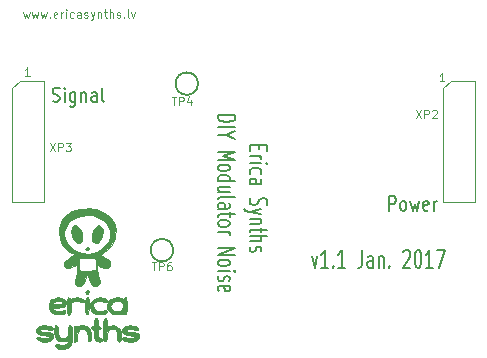
<source format=gto>
G04 #@! TF.FileFunction,Legend,Top*
%FSLAX46Y46*%
G04 Gerber Fmt 4.6, Leading zero omitted, Abs format (unit mm)*
G04 Created by KiCad (PCBNEW (2016-08-20 BZR 7083)-product) date Sun Jan  1 23:07:31 2017*
%MOMM*%
%LPD*%
G01*
G04 APERTURE LIST*
%ADD10C,0.100000*%
%ADD11C,0.200000*%
%ADD12C,0.150000*%
G04 APERTURE END LIST*
D10*
D11*
X3357142Y21414286D02*
X3500000Y21357143D01*
X3738095Y21357143D01*
X3833333Y21414286D01*
X3880952Y21471429D01*
X3928571Y21585715D01*
X3928571Y21700000D01*
X3880952Y21814286D01*
X3833333Y21871429D01*
X3738095Y21928572D01*
X3547619Y21985715D01*
X3452380Y22042858D01*
X3404761Y22100000D01*
X3357142Y22214286D01*
X3357142Y22328572D01*
X3404761Y22442858D01*
X3452380Y22500000D01*
X3547619Y22557143D01*
X3785714Y22557143D01*
X3928571Y22500000D01*
X4357142Y21357143D02*
X4357142Y22157143D01*
X4357142Y22557143D02*
X4309523Y22500000D01*
X4357142Y22442858D01*
X4404761Y22500000D01*
X4357142Y22557143D01*
X4357142Y22442858D01*
X5261904Y22157143D02*
X5261904Y21185715D01*
X5214285Y21071429D01*
X5166666Y21014286D01*
X5071428Y20957143D01*
X4928571Y20957143D01*
X4833333Y21014286D01*
X5261904Y21414286D02*
X5166666Y21357143D01*
X4976190Y21357143D01*
X4880952Y21414286D01*
X4833333Y21471429D01*
X4785714Y21585715D01*
X4785714Y21928572D01*
X4833333Y22042858D01*
X4880952Y22100000D01*
X4976190Y22157143D01*
X5166666Y22157143D01*
X5261904Y22100000D01*
X5738095Y22157143D02*
X5738095Y21357143D01*
X5738095Y22042858D02*
X5785714Y22100000D01*
X5880952Y22157143D01*
X6023809Y22157143D01*
X6119047Y22100000D01*
X6166666Y21985715D01*
X6166666Y21357143D01*
X7071428Y21357143D02*
X7071428Y21985715D01*
X7023809Y22100000D01*
X6928571Y22157143D01*
X6738095Y22157143D01*
X6642857Y22100000D01*
X7071428Y21414286D02*
X6976190Y21357143D01*
X6738095Y21357143D01*
X6642857Y21414286D01*
X6595238Y21528572D01*
X6595238Y21642858D01*
X6642857Y21757143D01*
X6738095Y21814286D01*
X6976190Y21814286D01*
X7071428Y21871429D01*
X7690476Y21357143D02*
X7595238Y21414286D01*
X7547619Y21528572D01*
X7547619Y22557143D01*
X31823809Y12157143D02*
X31823809Y13357143D01*
X32204761Y13357143D01*
X32300000Y13300000D01*
X32347619Y13242858D01*
X32395238Y13128572D01*
X32395238Y12957143D01*
X32347619Y12842858D01*
X32300000Y12785715D01*
X32204761Y12728572D01*
X31823809Y12728572D01*
X32966666Y12157143D02*
X32871428Y12214286D01*
X32823809Y12271429D01*
X32776190Y12385715D01*
X32776190Y12728572D01*
X32823809Y12842858D01*
X32871428Y12900000D01*
X32966666Y12957143D01*
X33109523Y12957143D01*
X33204761Y12900000D01*
X33252380Y12842858D01*
X33300000Y12728572D01*
X33300000Y12385715D01*
X33252380Y12271429D01*
X33204761Y12214286D01*
X33109523Y12157143D01*
X32966666Y12157143D01*
X33633333Y12957143D02*
X33823809Y12157143D01*
X34014285Y12728572D01*
X34204761Y12157143D01*
X34395238Y12957143D01*
X35157142Y12214286D02*
X35061904Y12157143D01*
X34871428Y12157143D01*
X34776190Y12214286D01*
X34728571Y12328572D01*
X34728571Y12785715D01*
X34776190Y12900000D01*
X34871428Y12957143D01*
X35061904Y12957143D01*
X35157142Y12900000D01*
X35204761Y12785715D01*
X35204761Y12671429D01*
X34728571Y12557143D01*
X35633333Y12157143D02*
X35633333Y12957143D01*
X35633333Y12728572D02*
X35680952Y12842858D01*
X35728571Y12900000D01*
X35823809Y12957143D01*
X35919047Y12957143D01*
D10*
X36500000Y23083334D02*
X36100000Y23083334D01*
X36300000Y23083334D02*
X36300000Y23783334D01*
X36233333Y23683334D01*
X36166666Y23616667D01*
X36100000Y23583334D01*
X1400000Y23583334D02*
X1000000Y23583334D01*
X1200000Y23583334D02*
X1200000Y24283334D01*
X1133333Y24183334D01*
X1066666Y24116667D01*
X1000000Y24083334D01*
D12*
X25280952Y8321429D02*
X25519047Y7321429D01*
X25757142Y8321429D01*
X26661904Y7321429D02*
X26090476Y7321429D01*
X26376190Y7321429D02*
X26376190Y8821429D01*
X26280952Y8607143D01*
X26185714Y8464286D01*
X26090476Y8392858D01*
X27090476Y7464286D02*
X27138095Y7392858D01*
X27090476Y7321429D01*
X27042857Y7392858D01*
X27090476Y7464286D01*
X27090476Y7321429D01*
X28090476Y7321429D02*
X27519047Y7321429D01*
X27804761Y7321429D02*
X27804761Y8821429D01*
X27709523Y8607143D01*
X27614285Y8464286D01*
X27519047Y8392858D01*
X29566666Y8821429D02*
X29566666Y7750000D01*
X29519047Y7535715D01*
X29423809Y7392858D01*
X29280952Y7321429D01*
X29185714Y7321429D01*
X30471428Y7321429D02*
X30471428Y8107143D01*
X30423809Y8250000D01*
X30328571Y8321429D01*
X30138095Y8321429D01*
X30042857Y8250000D01*
X30471428Y7392858D02*
X30376190Y7321429D01*
X30138095Y7321429D01*
X30042857Y7392858D01*
X29995238Y7535715D01*
X29995238Y7678572D01*
X30042857Y7821429D01*
X30138095Y7892858D01*
X30376190Y7892858D01*
X30471428Y7964286D01*
X30947619Y8321429D02*
X30947619Y7321429D01*
X30947619Y8178572D02*
X30995238Y8250000D01*
X31090476Y8321429D01*
X31233333Y8321429D01*
X31328571Y8250000D01*
X31376190Y8107143D01*
X31376190Y7321429D01*
X31852380Y7464286D02*
X31900000Y7392858D01*
X31852380Y7321429D01*
X31804761Y7392858D01*
X31852380Y7464286D01*
X31852380Y7321429D01*
X33042857Y8678572D02*
X33090476Y8750000D01*
X33185714Y8821429D01*
X33423809Y8821429D01*
X33519047Y8750000D01*
X33566666Y8678572D01*
X33614285Y8535715D01*
X33614285Y8392858D01*
X33566666Y8178572D01*
X32995238Y7321429D01*
X33614285Y7321429D01*
X34233333Y8821429D02*
X34328571Y8821429D01*
X34423809Y8750000D01*
X34471428Y8678572D01*
X34519047Y8535715D01*
X34566666Y8250000D01*
X34566666Y7892858D01*
X34519047Y7607143D01*
X34471428Y7464286D01*
X34423809Y7392858D01*
X34328571Y7321429D01*
X34233333Y7321429D01*
X34138095Y7392858D01*
X34090476Y7464286D01*
X34042857Y7607143D01*
X33995238Y7892858D01*
X33995238Y8250000D01*
X34042857Y8535715D01*
X34090476Y8678572D01*
X34138095Y8750000D01*
X34233333Y8821429D01*
X35519047Y7321429D02*
X34947619Y7321429D01*
X35233333Y7321429D02*
X35233333Y8821429D01*
X35138095Y8607143D01*
X35042857Y8464286D01*
X34947619Y8392858D01*
X35852380Y8821429D02*
X36519047Y8821429D01*
X36090476Y7321429D01*
X17321428Y20228572D02*
X18821428Y20228572D01*
X18821428Y19990477D01*
X18750000Y19847620D01*
X18607142Y19752381D01*
X18464285Y19704762D01*
X18178571Y19657143D01*
X17964285Y19657143D01*
X17678571Y19704762D01*
X17535714Y19752381D01*
X17392857Y19847620D01*
X17321428Y19990477D01*
X17321428Y20228572D01*
X17321428Y19228572D02*
X18821428Y19228572D01*
X18035714Y18561905D02*
X17321428Y18561905D01*
X18821428Y18895239D02*
X18035714Y18561905D01*
X18821428Y18228572D01*
X17321428Y17133334D02*
X18821428Y17133334D01*
X17750000Y16800000D01*
X18821428Y16466667D01*
X17321428Y16466667D01*
X17321428Y15847620D02*
X17392857Y15942858D01*
X17464285Y15990477D01*
X17607142Y16038096D01*
X18035714Y16038096D01*
X18178571Y15990477D01*
X18250000Y15942858D01*
X18321428Y15847620D01*
X18321428Y15704762D01*
X18250000Y15609524D01*
X18178571Y15561905D01*
X18035714Y15514286D01*
X17607142Y15514286D01*
X17464285Y15561905D01*
X17392857Y15609524D01*
X17321428Y15704762D01*
X17321428Y15847620D01*
X17321428Y14657143D02*
X18821428Y14657143D01*
X17392857Y14657143D02*
X17321428Y14752381D01*
X17321428Y14942858D01*
X17392857Y15038096D01*
X17464285Y15085715D01*
X17607142Y15133334D01*
X18035714Y15133334D01*
X18178571Y15085715D01*
X18250000Y15038096D01*
X18321428Y14942858D01*
X18321428Y14752381D01*
X18250000Y14657143D01*
X18321428Y13752381D02*
X17321428Y13752381D01*
X18321428Y14180953D02*
X17535714Y14180953D01*
X17392857Y14133334D01*
X17321428Y14038096D01*
X17321428Y13895239D01*
X17392857Y13800000D01*
X17464285Y13752381D01*
X17321428Y13133334D02*
X17392857Y13228572D01*
X17535714Y13276191D01*
X18821428Y13276191D01*
X17321428Y12323810D02*
X18107142Y12323810D01*
X18250000Y12371429D01*
X18321428Y12466667D01*
X18321428Y12657143D01*
X18250000Y12752381D01*
X17392857Y12323810D02*
X17321428Y12419048D01*
X17321428Y12657143D01*
X17392857Y12752381D01*
X17535714Y12800000D01*
X17678571Y12800000D01*
X17821428Y12752381D01*
X17892857Y12657143D01*
X17892857Y12419048D01*
X17964285Y12323810D01*
X18321428Y11990477D02*
X18321428Y11609524D01*
X18821428Y11847620D02*
X17535714Y11847620D01*
X17392857Y11800000D01*
X17321428Y11704762D01*
X17321428Y11609524D01*
X17321428Y11133334D02*
X17392857Y11228572D01*
X17464285Y11276191D01*
X17607142Y11323810D01*
X18035714Y11323810D01*
X18178571Y11276191D01*
X18250000Y11228572D01*
X18321428Y11133334D01*
X18321428Y10990477D01*
X18250000Y10895239D01*
X18178571Y10847620D01*
X18035714Y10800000D01*
X17607142Y10800000D01*
X17464285Y10847620D01*
X17392857Y10895239D01*
X17321428Y10990477D01*
X17321428Y11133334D01*
X17321428Y10371429D02*
X18321428Y10371429D01*
X18035714Y10371429D02*
X18178571Y10323810D01*
X18250000Y10276191D01*
X18321428Y10180953D01*
X18321428Y10085715D01*
X17321428Y8990477D02*
X18821428Y8990477D01*
X17321428Y8419048D01*
X18821428Y8419048D01*
X17321428Y7800000D02*
X17392857Y7895239D01*
X17464285Y7942858D01*
X17607142Y7990477D01*
X18035714Y7990477D01*
X18178571Y7942858D01*
X18250000Y7895239D01*
X18321428Y7800000D01*
X18321428Y7657143D01*
X18250000Y7561905D01*
X18178571Y7514286D01*
X18035714Y7466667D01*
X17607142Y7466667D01*
X17464285Y7514286D01*
X17392857Y7561905D01*
X17321428Y7657143D01*
X17321428Y7800000D01*
X17321428Y7038096D02*
X18321428Y7038096D01*
X18821428Y7038096D02*
X18750000Y7085715D01*
X18678571Y7038096D01*
X18750000Y6990477D01*
X18821428Y7038096D01*
X18678571Y7038096D01*
X17392857Y6609524D02*
X17321428Y6514286D01*
X17321428Y6323810D01*
X17392857Y6228572D01*
X17535714Y6180953D01*
X17607142Y6180953D01*
X17750000Y6228572D01*
X17821428Y6323810D01*
X17821428Y6466667D01*
X17892857Y6561905D01*
X18035714Y6609524D01*
X18107142Y6609524D01*
X18250000Y6561905D01*
X18321428Y6466667D01*
X18321428Y6323810D01*
X18250000Y6228572D01*
X17392857Y5371429D02*
X17321428Y5466667D01*
X17321428Y5657143D01*
X17392857Y5752381D01*
X17535714Y5800000D01*
X18107142Y5800000D01*
X18250000Y5752381D01*
X18321428Y5657143D01*
X18321428Y5466667D01*
X18250000Y5371429D01*
X18107142Y5323810D01*
X17964285Y5323810D01*
X17821428Y5800000D01*
D10*
X850000Y28950000D02*
X983333Y28483334D01*
X1116666Y28816667D01*
X1250000Y28483334D01*
X1383333Y28950000D01*
X1583333Y28950000D02*
X1716666Y28483334D01*
X1850000Y28816667D01*
X1983333Y28483334D01*
X2116666Y28950000D01*
X2316666Y28950000D02*
X2450000Y28483334D01*
X2583333Y28816667D01*
X2716666Y28483334D01*
X2850000Y28950000D01*
X3116666Y28550000D02*
X3150000Y28516667D01*
X3116666Y28483334D01*
X3083333Y28516667D01*
X3116666Y28550000D01*
X3116666Y28483334D01*
X3716666Y28516667D02*
X3650000Y28483334D01*
X3516666Y28483334D01*
X3450000Y28516667D01*
X3416666Y28583334D01*
X3416666Y28850000D01*
X3450000Y28916667D01*
X3516666Y28950000D01*
X3650000Y28950000D01*
X3716666Y28916667D01*
X3750000Y28850000D01*
X3750000Y28783334D01*
X3416666Y28716667D01*
X4050000Y28483334D02*
X4050000Y28950000D01*
X4050000Y28816667D02*
X4083333Y28883334D01*
X4116666Y28916667D01*
X4183333Y28950000D01*
X4250000Y28950000D01*
X4483333Y28483334D02*
X4483333Y28950000D01*
X4483333Y29183334D02*
X4450000Y29150000D01*
X4483333Y29116667D01*
X4516666Y29150000D01*
X4483333Y29183334D01*
X4483333Y29116667D01*
X5116666Y28516667D02*
X5050000Y28483334D01*
X4916666Y28483334D01*
X4850000Y28516667D01*
X4816666Y28550000D01*
X4783333Y28616667D01*
X4783333Y28816667D01*
X4816666Y28883334D01*
X4850000Y28916667D01*
X4916666Y28950000D01*
X5050000Y28950000D01*
X5116666Y28916667D01*
X5716666Y28483334D02*
X5716666Y28850000D01*
X5683333Y28916667D01*
X5616666Y28950000D01*
X5483333Y28950000D01*
X5416666Y28916667D01*
X5716666Y28516667D02*
X5650000Y28483334D01*
X5483333Y28483334D01*
X5416666Y28516667D01*
X5383333Y28583334D01*
X5383333Y28650000D01*
X5416666Y28716667D01*
X5483333Y28750000D01*
X5650000Y28750000D01*
X5716666Y28783334D01*
X6016666Y28516667D02*
X6083333Y28483334D01*
X6216666Y28483334D01*
X6283333Y28516667D01*
X6316666Y28583334D01*
X6316666Y28616667D01*
X6283333Y28683334D01*
X6216666Y28716667D01*
X6116666Y28716667D01*
X6050000Y28750000D01*
X6016666Y28816667D01*
X6016666Y28850000D01*
X6050000Y28916667D01*
X6116666Y28950000D01*
X6216666Y28950000D01*
X6283333Y28916667D01*
X6550000Y28950000D02*
X6716666Y28483334D01*
X6883333Y28950000D02*
X6716666Y28483334D01*
X6650000Y28316667D01*
X6616666Y28283334D01*
X6550000Y28250000D01*
X7150000Y28950000D02*
X7150000Y28483334D01*
X7150000Y28883334D02*
X7183333Y28916667D01*
X7250000Y28950000D01*
X7350000Y28950000D01*
X7416666Y28916667D01*
X7450000Y28850000D01*
X7450000Y28483334D01*
X7683333Y28950000D02*
X7950000Y28950000D01*
X7783333Y29183334D02*
X7783333Y28583334D01*
X7816666Y28516667D01*
X7883333Y28483334D01*
X7950000Y28483334D01*
X8183333Y28483334D02*
X8183333Y29183334D01*
X8483333Y28483334D02*
X8483333Y28850000D01*
X8450000Y28916667D01*
X8383333Y28950000D01*
X8283333Y28950000D01*
X8216666Y28916667D01*
X8183333Y28883334D01*
X8783333Y28516667D02*
X8850000Y28483334D01*
X8983333Y28483334D01*
X9050000Y28516667D01*
X9083333Y28583334D01*
X9083333Y28616667D01*
X9050000Y28683334D01*
X8983333Y28716667D01*
X8883333Y28716667D01*
X8816666Y28750000D01*
X8783333Y28816667D01*
X8783333Y28850000D01*
X8816666Y28916667D01*
X8883333Y28950000D01*
X8983333Y28950000D01*
X9050000Y28916667D01*
X9383333Y28550000D02*
X9416666Y28516667D01*
X9383333Y28483334D01*
X9350000Y28516667D01*
X9383333Y28550000D01*
X9383333Y28483334D01*
X9816666Y28483334D02*
X9750000Y28516667D01*
X9716666Y28583334D01*
X9716666Y29183334D01*
X10016666Y28950000D02*
X10183333Y28483334D01*
X10350000Y28950000D01*
D12*
X20807142Y17676191D02*
X20807142Y17342858D01*
X20021428Y17200000D02*
X20021428Y17676191D01*
X21521428Y17676191D01*
X21521428Y17200000D01*
X20021428Y16771429D02*
X21021428Y16771429D01*
X20735714Y16771429D02*
X20878571Y16723810D01*
X20950000Y16676191D01*
X21021428Y16580953D01*
X21021428Y16485715D01*
X20021428Y16152381D02*
X21021428Y16152381D01*
X21521428Y16152381D02*
X21450000Y16200000D01*
X21378571Y16152381D01*
X21450000Y16104762D01*
X21521428Y16152381D01*
X21378571Y16152381D01*
X20092857Y15247620D02*
X20021428Y15342858D01*
X20021428Y15533334D01*
X20092857Y15628572D01*
X20164285Y15676191D01*
X20307142Y15723810D01*
X20735714Y15723810D01*
X20878571Y15676191D01*
X20950000Y15628572D01*
X21021428Y15533334D01*
X21021428Y15342858D01*
X20950000Y15247620D01*
X20021428Y14390477D02*
X20807142Y14390477D01*
X20950000Y14438096D01*
X21021428Y14533334D01*
X21021428Y14723810D01*
X20950000Y14819048D01*
X20092857Y14390477D02*
X20021428Y14485715D01*
X20021428Y14723810D01*
X20092857Y14819048D01*
X20235714Y14866667D01*
X20378571Y14866667D01*
X20521428Y14819048D01*
X20592857Y14723810D01*
X20592857Y14485715D01*
X20664285Y14390477D01*
X20092857Y13200000D02*
X20021428Y13057143D01*
X20021428Y12819048D01*
X20092857Y12723810D01*
X20164285Y12676191D01*
X20307142Y12628572D01*
X20450000Y12628572D01*
X20592857Y12676191D01*
X20664285Y12723810D01*
X20735714Y12819048D01*
X20807142Y13009524D01*
X20878571Y13104762D01*
X20950000Y13152381D01*
X21092857Y13200000D01*
X21235714Y13200000D01*
X21378571Y13152381D01*
X21450000Y13104762D01*
X21521428Y13009524D01*
X21521428Y12771429D01*
X21450000Y12628572D01*
X21021428Y12295239D02*
X20021428Y12057143D01*
X21021428Y11819048D02*
X20021428Y12057143D01*
X19664285Y12152381D01*
X19592857Y12200000D01*
X19521428Y12295239D01*
X21021428Y11438096D02*
X20021428Y11438096D01*
X20878571Y11438096D02*
X20950000Y11390477D01*
X21021428Y11295239D01*
X21021428Y11152381D01*
X20950000Y11057143D01*
X20807142Y11009524D01*
X20021428Y11009524D01*
X21021428Y10676191D02*
X21021428Y10295239D01*
X21521428Y10533334D02*
X20235714Y10533334D01*
X20092857Y10485715D01*
X20021428Y10390477D01*
X20021428Y10295239D01*
X20021428Y9961905D02*
X21521428Y9961905D01*
X20021428Y9533334D02*
X20807142Y9533334D01*
X20950000Y9580953D01*
X21021428Y9676191D01*
X21021428Y9819048D01*
X20950000Y9914286D01*
X20878571Y9961905D01*
X20092857Y9104762D02*
X20021428Y9009524D01*
X20021428Y8819048D01*
X20092857Y8723810D01*
X20235714Y8676191D01*
X20307142Y8676191D01*
X20450000Y8723810D01*
X20521428Y8819048D01*
X20521428Y8961905D01*
X20592857Y9057143D01*
X20735714Y9104762D01*
X20807142Y9104762D01*
X20950000Y9057143D01*
X21021428Y8961905D01*
X21021428Y8819048D01*
X20950000Y8723810D01*
D10*
X39083500Y12856500D02*
X39083500Y23143500D01*
X39083500Y23143500D02*
X37051500Y23143500D01*
X37051500Y23143500D02*
X36416500Y22508500D01*
X36416500Y22508500D02*
X36416500Y12856500D01*
X36416500Y12856500D02*
X39083500Y12856500D01*
X2583500Y12856500D02*
X2583500Y23143500D01*
X2583500Y23143500D02*
X551500Y23143500D01*
X551500Y23143500D02*
X-83500Y22508500D01*
X-83500Y22508500D02*
X-83500Y12856500D01*
X-83500Y12856500D02*
X2583500Y12856500D01*
D12*
X15650000Y22900000D02*
G75*
G03X15650000Y22900000I-950000J0D01*
G01*
X13550000Y8800000D02*
G75*
G03X13550000Y8800000I-950000J0D01*
G01*
D10*
G36*
X4967218Y1773353D02*
X4965400Y1603799D01*
X4956789Y1300886D01*
X4941861Y1080944D01*
X4918401Y925429D01*
X4884192Y815795D01*
X4867067Y780751D01*
X4725096Y619142D01*
X4516068Y502781D01*
X4267910Y440846D01*
X4008549Y442517D01*
X3903906Y464144D01*
X3727716Y537983D01*
X3613744Y637637D01*
X3578721Y746498D01*
X3586410Y779254D01*
X3632030Y843717D01*
X3713507Y856413D01*
X3851822Y817482D01*
X3941853Y781633D01*
X4102882Y731146D01*
X4246384Y736654D01*
X4323031Y756466D01*
X4492123Y825683D01*
X4591903Y924488D01*
X4645688Y1051671D01*
X4661524Y1125415D01*
X4628718Y1141343D01*
X4524397Y1110023D01*
X4521547Y1109030D01*
X4309759Y1070459D01*
X4078460Y1082511D01*
X3867454Y1139427D01*
X3728277Y1223803D01*
X3617583Y1339707D01*
X3547431Y1455741D01*
X3505673Y1603226D01*
X3480163Y1813484D01*
X3475122Y1876596D01*
X3471375Y2147405D01*
X3506856Y2331332D01*
X3580700Y2425303D01*
X3633000Y2437600D01*
X3721884Y2392567D01*
X3779912Y2255903D01*
X3807845Y2025264D01*
X3810800Y1890014D01*
X3817267Y1684762D01*
X3840379Y1554443D01*
X3885700Y1472992D01*
X3903700Y1454874D01*
X4040915Y1389000D01*
X4222839Y1372327D01*
X4405781Y1403978D01*
X4528469Y1467424D01*
X4589434Y1528921D01*
X4627773Y1609807D01*
X4650457Y1735897D01*
X4664458Y1933011D01*
X4666645Y1979148D01*
X4681832Y2201418D01*
X4705316Y2339166D01*
X4740790Y2409364D01*
X4763494Y2424178D01*
X4843504Y2432381D01*
X4901634Y2380530D01*
X4940132Y2259494D01*
X4961244Y2060145D01*
X4967218Y1773353D01*
X4967218Y1773353D01*
X4967218Y1773353D01*
G37*
X4967218Y1773353D02*
X4965400Y1603799D01*
X4956789Y1300886D01*
X4941861Y1080944D01*
X4918401Y925429D01*
X4884192Y815795D01*
X4867067Y780751D01*
X4725096Y619142D01*
X4516068Y502781D01*
X4267910Y440846D01*
X4008549Y442517D01*
X3903906Y464144D01*
X3727716Y537983D01*
X3613744Y637637D01*
X3578721Y746498D01*
X3586410Y779254D01*
X3632030Y843717D01*
X3713507Y856413D01*
X3851822Y817482D01*
X3941853Y781633D01*
X4102882Y731146D01*
X4246384Y736654D01*
X4323031Y756466D01*
X4492123Y825683D01*
X4591903Y924488D01*
X4645688Y1051671D01*
X4661524Y1125415D01*
X4628718Y1141343D01*
X4524397Y1110023D01*
X4521547Y1109030D01*
X4309759Y1070459D01*
X4078460Y1082511D01*
X3867454Y1139427D01*
X3728277Y1223803D01*
X3617583Y1339707D01*
X3547431Y1455741D01*
X3505673Y1603226D01*
X3480163Y1813484D01*
X3475122Y1876596D01*
X3471375Y2147405D01*
X3506856Y2331332D01*
X3580700Y2425303D01*
X3633000Y2437600D01*
X3721884Y2392567D01*
X3779912Y2255903D01*
X3807845Y2025264D01*
X3810800Y1890014D01*
X3817267Y1684762D01*
X3840379Y1554443D01*
X3885700Y1472992D01*
X3903700Y1454874D01*
X4040915Y1389000D01*
X4222839Y1372327D01*
X4405781Y1403978D01*
X4528469Y1467424D01*
X4589434Y1528921D01*
X4627773Y1609807D01*
X4650457Y1735897D01*
X4664458Y1933011D01*
X4666645Y1979148D01*
X4681832Y2201418D01*
X4705316Y2339166D01*
X4740790Y2409364D01*
X4763494Y2424178D01*
X4843504Y2432381D01*
X4901634Y2380530D01*
X4940132Y2259494D01*
X4961244Y2060145D01*
X4967218Y1773353D01*
X4967218Y1773353D01*
G36*
X3403460Y1521686D02*
X3362360Y1344341D01*
X3241543Y1195084D01*
X3048250Y1092140D01*
X2802828Y1040515D01*
X2525625Y1045211D01*
X2315519Y1086904D01*
X2114120Y1162646D01*
X1994862Y1251306D01*
X1964715Y1345506D01*
X2005026Y1415599D01*
X2087277Y1463248D01*
X2194666Y1438054D01*
X2202103Y1434715D01*
X2381940Y1375597D01*
X2580399Y1345455D01*
X2773081Y1343133D01*
X2935589Y1367474D01*
X3043525Y1417321D01*
X3074200Y1476055D01*
X3047329Y1515732D01*
X2956795Y1544497D01*
X2787715Y1565903D01*
X2656429Y1575790D01*
X2347443Y1615048D01*
X2129111Y1688529D01*
X1995357Y1799364D01*
X1940768Y1944812D01*
X1962398Y2132632D01*
X2071398Y2279863D01*
X2259796Y2381024D01*
X2519620Y2430635D01*
X2653468Y2434733D01*
X2892294Y2414999D01*
X3094058Y2366483D01*
X3245458Y2297112D01*
X3333188Y2214808D01*
X3343946Y2127497D01*
X3286177Y2057856D01*
X3206197Y2017173D01*
X3112814Y2026552D01*
X3021108Y2060832D01*
X2843173Y2111308D01*
X2645643Y2131747D01*
X2461803Y2122516D01*
X2324937Y2083980D01*
X2283586Y2052729D01*
X2250175Y1975900D01*
X2301554Y1922798D01*
X2442651Y1891415D01*
X2678392Y1879741D01*
X2708422Y1879578D01*
X3000948Y1854358D01*
X3218039Y1783240D01*
X3354080Y1670818D01*
X3403460Y1521686D01*
X3403460Y1521686D01*
X3403460Y1521686D01*
G37*
X3403460Y1521686D02*
X3362360Y1344341D01*
X3241543Y1195084D01*
X3048250Y1092140D01*
X2802828Y1040515D01*
X2525625Y1045211D01*
X2315519Y1086904D01*
X2114120Y1162646D01*
X1994862Y1251306D01*
X1964715Y1345506D01*
X2005026Y1415599D01*
X2087277Y1463248D01*
X2194666Y1438054D01*
X2202103Y1434715D01*
X2381940Y1375597D01*
X2580399Y1345455D01*
X2773081Y1343133D01*
X2935589Y1367474D01*
X3043525Y1417321D01*
X3074200Y1476055D01*
X3047329Y1515732D01*
X2956795Y1544497D01*
X2787715Y1565903D01*
X2656429Y1575790D01*
X2347443Y1615048D01*
X2129111Y1688529D01*
X1995357Y1799364D01*
X1940768Y1944812D01*
X1962398Y2132632D01*
X2071398Y2279863D01*
X2259796Y2381024D01*
X2519620Y2430635D01*
X2653468Y2434733D01*
X2892294Y2414999D01*
X3094058Y2366483D01*
X3245458Y2297112D01*
X3333188Y2214808D01*
X3343946Y2127497D01*
X3286177Y2057856D01*
X3206197Y2017173D01*
X3112814Y2026552D01*
X3021108Y2060832D01*
X2843173Y2111308D01*
X2645643Y2131747D01*
X2461803Y2122516D01*
X2324937Y2083980D01*
X2283586Y2052729D01*
X2250175Y1975900D01*
X2301554Y1922798D01*
X2442651Y1891415D01*
X2678392Y1879741D01*
X2708422Y1879578D01*
X3000948Y1854358D01*
X3218039Y1783240D01*
X3354080Y1670818D01*
X3403460Y1521686D01*
X3403460Y1521686D01*
G36*
X10667860Y1521686D02*
X10626760Y1344341D01*
X10505572Y1194735D01*
X10310785Y1091782D01*
X10061737Y1041083D01*
X9777766Y1048237D01*
X9667864Y1066639D01*
X9437520Y1129851D01*
X9300136Y1207461D01*
X9247508Y1304468D01*
X9246400Y1323382D01*
X9273176Y1417222D01*
X9360249Y1452602D01*
X9517734Y1431363D01*
X9641160Y1395192D01*
X9829845Y1353482D01*
X10019463Y1343979D01*
X10184456Y1363795D01*
X10299265Y1410042D01*
X10338600Y1474007D01*
X10313828Y1514561D01*
X10228893Y1543481D01*
X10067869Y1564699D01*
X9927854Y1575384D01*
X9628933Y1610924D01*
X9417646Y1675863D01*
X9282944Y1775442D01*
X9213995Y1914023D01*
X9217354Y2090626D01*
X9307179Y2246693D01*
X9468393Y2358300D01*
X9502114Y2371233D01*
X9710787Y2420100D01*
X9929660Y2433485D01*
X10142506Y2416269D01*
X10333098Y2373335D01*
X10485210Y2309563D01*
X10582614Y2229837D01*
X10609084Y2139037D01*
X10559954Y2052983D01*
X10495020Y2002304D01*
X10425634Y2004372D01*
X10322038Y2052030D01*
X10153032Y2107418D01*
X9950025Y2129884D01*
X9752779Y2119134D01*
X9601057Y2074875D01*
X9573609Y2057566D01*
X9514830Y1984056D01*
X9554524Y1929525D01*
X9691234Y1894623D01*
X9923500Y1880001D01*
X9972822Y1879578D01*
X10265348Y1854358D01*
X10482439Y1783240D01*
X10618480Y1670818D01*
X10667860Y1521686D01*
X10667860Y1521686D01*
X10667860Y1521686D01*
G37*
X10667860Y1521686D02*
X10626760Y1344341D01*
X10505572Y1194735D01*
X10310785Y1091782D01*
X10061737Y1041083D01*
X9777766Y1048237D01*
X9667864Y1066639D01*
X9437520Y1129851D01*
X9300136Y1207461D01*
X9247508Y1304468D01*
X9246400Y1323382D01*
X9273176Y1417222D01*
X9360249Y1452602D01*
X9517734Y1431363D01*
X9641160Y1395192D01*
X9829845Y1353482D01*
X10019463Y1343979D01*
X10184456Y1363795D01*
X10299265Y1410042D01*
X10338600Y1474007D01*
X10313828Y1514561D01*
X10228893Y1543481D01*
X10067869Y1564699D01*
X9927854Y1575384D01*
X9628933Y1610924D01*
X9417646Y1675863D01*
X9282944Y1775442D01*
X9213995Y1914023D01*
X9217354Y2090626D01*
X9307179Y2246693D01*
X9468393Y2358300D01*
X9502114Y2371233D01*
X9710787Y2420100D01*
X9929660Y2433485D01*
X10142506Y2416269D01*
X10333098Y2373335D01*
X10485210Y2309563D01*
X10582614Y2229837D01*
X10609084Y2139037D01*
X10559954Y2052983D01*
X10495020Y2002304D01*
X10425634Y2004372D01*
X10322038Y2052030D01*
X10153032Y2107418D01*
X9950025Y2129884D01*
X9752779Y2119134D01*
X9601057Y2074875D01*
X9573609Y2057566D01*
X9514830Y1984056D01*
X9554524Y1929525D01*
X9691234Y1894623D01*
X9923500Y1880001D01*
X9972822Y1879578D01*
X10265348Y1854358D01*
X10482439Y1783240D01*
X10618480Y1670818D01*
X10667860Y1521686D01*
X10667860Y1521686D01*
G36*
X6603259Y1382829D02*
X6584798Y1200841D01*
X6534348Y1100598D01*
X6449781Y1074102D01*
X6437904Y1075403D01*
X6382243Y1091586D01*
X6346265Y1134773D01*
X6323356Y1225801D01*
X6306899Y1385511D01*
X6297770Y1516794D01*
X6267616Y1783589D01*
X6211093Y1964242D01*
X6117808Y2072947D01*
X5977370Y2123897D01*
X5846751Y2132800D01*
X5660048Y2107450D01*
X5535240Y2023669D01*
X5463777Y1869859D01*
X5437110Y1634426D01*
X5436400Y1576176D01*
X5431260Y1340709D01*
X5411728Y1189331D01*
X5371633Y1104864D01*
X5304807Y1070131D01*
X5253164Y1066000D01*
X5131600Y1066000D01*
X5131600Y1727995D01*
X5133540Y2007121D01*
X5140514Y2200277D01*
X5154254Y2323037D01*
X5176490Y2390976D01*
X5208446Y2419478D01*
X5309539Y2415543D01*
X5357599Y2388959D01*
X5451712Y2355478D01*
X5531413Y2383275D01*
X5701416Y2430462D01*
X5913651Y2431260D01*
X6121551Y2388658D01*
X6233739Y2338236D01*
X6405592Y2201124D01*
X6515796Y2026064D01*
X6576915Y1789069D01*
X6591854Y1654559D01*
X6603259Y1382829D01*
X6603259Y1382829D01*
X6603259Y1382829D01*
G37*
X6603259Y1382829D02*
X6584798Y1200841D01*
X6534348Y1100598D01*
X6449781Y1074102D01*
X6437904Y1075403D01*
X6382243Y1091586D01*
X6346265Y1134773D01*
X6323356Y1225801D01*
X6306899Y1385511D01*
X6297770Y1516794D01*
X6267616Y1783589D01*
X6211093Y1964242D01*
X6117808Y2072947D01*
X5977370Y2123897D01*
X5846751Y2132800D01*
X5660048Y2107450D01*
X5535240Y2023669D01*
X5463777Y1869859D01*
X5437110Y1634426D01*
X5436400Y1576176D01*
X5431260Y1340709D01*
X5411728Y1189331D01*
X5371633Y1104864D01*
X5304807Y1070131D01*
X5253164Y1066000D01*
X5131600Y1066000D01*
X5131600Y1727995D01*
X5133540Y2007121D01*
X5140514Y2200277D01*
X5154254Y2323037D01*
X5176490Y2390976D01*
X5208446Y2419478D01*
X5309539Y2415543D01*
X5357599Y2388959D01*
X5451712Y2355478D01*
X5531413Y2383275D01*
X5701416Y2430462D01*
X5913651Y2431260D01*
X6121551Y2388658D01*
X6233739Y2338236D01*
X6405592Y2201124D01*
X6515796Y2026064D01*
X6576915Y1789069D01*
X6591854Y1654559D01*
X6603259Y1382829D01*
X6603259Y1382829D01*
G36*
X7544012Y1243561D02*
X7540041Y1148639D01*
X7468047Y1087297D01*
X7337902Y1065348D01*
X7184705Y1081853D01*
X7043556Y1135874D01*
X7004127Y1162960D01*
X6943025Y1224791D01*
X6903675Y1307014D01*
X6878986Y1435044D01*
X6861864Y1634296D01*
X6858800Y1683660D01*
X6843135Y1894122D01*
X6823981Y2020868D01*
X6796655Y2081779D01*
X6756471Y2094731D01*
X6751276Y2094030D01*
X6647784Y2119834D01*
X6582418Y2206483D01*
X6582818Y2301191D01*
X6653235Y2372212D01*
X6723395Y2396530D01*
X6786496Y2418513D01*
X6824418Y2478196D01*
X6847491Y2599999D01*
X6858800Y2716554D01*
X6879630Y2893331D01*
X6910504Y2991440D01*
X6960014Y3033802D01*
X6979712Y3039052D01*
X7073854Y3028072D01*
X7131995Y2944823D01*
X7159210Y2778718D01*
X7162822Y2657034D01*
X7168284Y2500704D01*
X7190855Y2418915D01*
X7241604Y2384790D01*
X7277900Y2377634D01*
X7375273Y2329873D01*
X7413501Y2246874D01*
X7388447Y2165559D01*
X7306318Y2124029D01*
X7244810Y2107882D01*
X7209636Y2065873D01*
X7193501Y1974865D01*
X7189116Y1811720D01*
X7189000Y1751800D01*
X7190860Y1565770D01*
X7202098Y1458169D01*
X7231198Y1405831D01*
X7286643Y1385589D01*
X7324982Y1380485D01*
X7469441Y1333158D01*
X7544012Y1243561D01*
X7544012Y1243561D01*
X7544012Y1243561D01*
G37*
X7544012Y1243561D02*
X7540041Y1148639D01*
X7468047Y1087297D01*
X7337902Y1065348D01*
X7184705Y1081853D01*
X7043556Y1135874D01*
X7004127Y1162960D01*
X6943025Y1224791D01*
X6903675Y1307014D01*
X6878986Y1435044D01*
X6861864Y1634296D01*
X6858800Y1683660D01*
X6843135Y1894122D01*
X6823981Y2020868D01*
X6796655Y2081779D01*
X6756471Y2094731D01*
X6751276Y2094030D01*
X6647784Y2119834D01*
X6582418Y2206483D01*
X6582818Y2301191D01*
X6653235Y2372212D01*
X6723395Y2396530D01*
X6786496Y2418513D01*
X6824418Y2478196D01*
X6847491Y2599999D01*
X6858800Y2716554D01*
X6879630Y2893331D01*
X6910504Y2991440D01*
X6960014Y3033802D01*
X6979712Y3039052D01*
X7073854Y3028072D01*
X7131995Y2944823D01*
X7159210Y2778718D01*
X7162822Y2657034D01*
X7168284Y2500704D01*
X7190855Y2418915D01*
X7241604Y2384790D01*
X7277900Y2377634D01*
X7375273Y2329873D01*
X7413501Y2246874D01*
X7388447Y2165559D01*
X7306318Y2124029D01*
X7244810Y2107882D01*
X7209636Y2065873D01*
X7193501Y1974865D01*
X7189116Y1811720D01*
X7189000Y1751800D01*
X7190860Y1565770D01*
X7202098Y1458169D01*
X7231198Y1405831D01*
X7286643Y1385589D01*
X7324982Y1380485D01*
X7469441Y1333158D01*
X7544012Y1243561D01*
X7544012Y1243561D01*
G36*
X9123494Y1363459D02*
X9093866Y1186294D01*
X9029060Y1090098D01*
X8945737Y1066000D01*
X8873334Y1092366D01*
X8825680Y1180015D01*
X8799115Y1341779D01*
X8789976Y1590487D01*
X8789893Y1612100D01*
X8769736Y1855294D01*
X8704469Y2015272D01*
X8585008Y2103815D01*
X8402270Y2132706D01*
X8388427Y2132800D01*
X8205575Y2114480D01*
X8078431Y2049877D01*
X7996181Y1924530D01*
X7948012Y1723976D01*
X7927829Y1516794D01*
X7911880Y1307570D01*
X7893118Y1179180D01*
X7865179Y1110920D01*
X7821699Y1082086D01*
X7792365Y1076015D01*
X7688932Y1097937D01*
X7652665Y1143669D01*
X7641863Y1220870D01*
X7632628Y1380442D01*
X7625637Y1603160D01*
X7621563Y1869798D01*
X7620800Y2051046D01*
X7624253Y2410880D01*
X7636125Y2679356D01*
X7658685Y2866529D01*
X7694202Y2982453D01*
X7744944Y3037185D01*
X7813181Y3040779D01*
X7842053Y3031649D01*
X7889090Y2991153D01*
X7915100Y2900554D01*
X7925017Y2738040D01*
X7925600Y2662360D01*
X7928264Y2483521D01*
X7940075Y2387075D01*
X7966756Y2353874D01*
X8014032Y2364767D01*
X8014500Y2364976D01*
X8213995Y2415911D01*
X8446909Y2420971D01*
X8661598Y2381168D01*
X8734788Y2350858D01*
X8908734Y2235816D01*
X9022561Y2092579D01*
X9088956Y1897421D01*
X9120430Y1629612D01*
X9123494Y1363459D01*
X9123494Y1363459D01*
X9123494Y1363459D01*
G37*
X9123494Y1363459D02*
X9093866Y1186294D01*
X9029060Y1090098D01*
X8945737Y1066000D01*
X8873334Y1092366D01*
X8825680Y1180015D01*
X8799115Y1341779D01*
X8789976Y1590487D01*
X8789893Y1612100D01*
X8769736Y1855294D01*
X8704469Y2015272D01*
X8585008Y2103815D01*
X8402270Y2132706D01*
X8388427Y2132800D01*
X8205575Y2114480D01*
X8078431Y2049877D01*
X7996181Y1924530D01*
X7948012Y1723976D01*
X7927829Y1516794D01*
X7911880Y1307570D01*
X7893118Y1179180D01*
X7865179Y1110920D01*
X7821699Y1082086D01*
X7792365Y1076015D01*
X7688932Y1097937D01*
X7652665Y1143669D01*
X7641863Y1220870D01*
X7632628Y1380442D01*
X7625637Y1603160D01*
X7621563Y1869798D01*
X7620800Y2051046D01*
X7624253Y2410880D01*
X7636125Y2679356D01*
X7658685Y2866529D01*
X7694202Y2982453D01*
X7744944Y3037185D01*
X7813181Y3040779D01*
X7842053Y3031649D01*
X7889090Y2991153D01*
X7915100Y2900554D01*
X7925017Y2738040D01*
X7925600Y2662360D01*
X7928264Y2483521D01*
X7940075Y2387075D01*
X7966756Y2353874D01*
X8014032Y2364767D01*
X8014500Y2364976D01*
X8213995Y2415911D01*
X8446909Y2420971D01*
X8661598Y2381168D01*
X8734788Y2350858D01*
X8908734Y2235816D01*
X9022561Y2092579D01*
X9088956Y1897421D01*
X9120430Y1629612D01*
X9123494Y1363459D01*
X9123494Y1363459D01*
G36*
X4449639Y4420121D02*
X4446759Y4270767D01*
X4385647Y4122795D01*
X4269472Y4020890D01*
X4148277Y3979969D01*
X4148277Y4292447D01*
X4145498Y4393005D01*
X4066786Y4468017D01*
X3935504Y4513455D01*
X3775014Y4525292D01*
X3608678Y4499501D01*
X3459860Y4432056D01*
X3436650Y4415113D01*
X3345229Y4330422D01*
X3303116Y4266207D01*
X3302800Y4262713D01*
X3349585Y4240874D01*
X3473950Y4224411D01*
X3651908Y4216093D01*
X3710794Y4215600D01*
X3926896Y4220074D01*
X4060289Y4235672D01*
X4129558Y4265659D01*
X4148277Y4292447D01*
X4148277Y3979969D01*
X4084865Y3958558D01*
X3818459Y3929303D01*
X3738117Y3926411D01*
X3502375Y3913083D01*
X3363350Y3885862D01*
X3316799Y3842248D01*
X3358479Y3779742D01*
X3416601Y3736977D01*
X3658734Y3634621D01*
X3920422Y3631933D01*
X4089944Y3679403D01*
X4265957Y3732506D01*
X4370558Y3725031D01*
X4415993Y3654051D01*
X4420400Y3600410D01*
X4374135Y3505726D01*
X4250802Y3431024D01*
X4073592Y3379836D01*
X3865696Y3355696D01*
X3650304Y3362134D01*
X3450609Y3402684D01*
X3359771Y3438864D01*
X3173619Y3581435D01*
X3053882Y3777481D01*
X3000818Y4003569D01*
X3014682Y4236267D01*
X3095732Y4452141D01*
X3244224Y4627759D01*
X3346020Y4694281D01*
X3583573Y4780675D01*
X3822709Y4805372D01*
X4046156Y4775020D01*
X4236641Y4696264D01*
X4376893Y4575749D01*
X4449639Y4420121D01*
X4449639Y4420121D01*
X4449639Y4420121D01*
G37*
X4449639Y4420121D02*
X4446759Y4270767D01*
X4385647Y4122795D01*
X4269472Y4020890D01*
X4148277Y3979969D01*
X4148277Y4292447D01*
X4145498Y4393005D01*
X4066786Y4468017D01*
X3935504Y4513455D01*
X3775014Y4525292D01*
X3608678Y4499501D01*
X3459860Y4432056D01*
X3436650Y4415113D01*
X3345229Y4330422D01*
X3303116Y4266207D01*
X3302800Y4262713D01*
X3349585Y4240874D01*
X3473950Y4224411D01*
X3651908Y4216093D01*
X3710794Y4215600D01*
X3926896Y4220074D01*
X4060289Y4235672D01*
X4129558Y4265659D01*
X4148277Y4292447D01*
X4148277Y3979969D01*
X4084865Y3958558D01*
X3818459Y3929303D01*
X3738117Y3926411D01*
X3502375Y3913083D01*
X3363350Y3885862D01*
X3316799Y3842248D01*
X3358479Y3779742D01*
X3416601Y3736977D01*
X3658734Y3634621D01*
X3920422Y3631933D01*
X4089944Y3679403D01*
X4265957Y3732506D01*
X4370558Y3725031D01*
X4415993Y3654051D01*
X4420400Y3600410D01*
X4374135Y3505726D01*
X4250802Y3431024D01*
X4073592Y3379836D01*
X3865696Y3355696D01*
X3650304Y3362134D01*
X3450609Y3402684D01*
X3359771Y3438864D01*
X3173619Y3581435D01*
X3053882Y3777481D01*
X3000818Y4003569D01*
X3014682Y4236267D01*
X3095732Y4452141D01*
X3244224Y4627759D01*
X3346020Y4694281D01*
X3583573Y4780675D01*
X3822709Y4805372D01*
X4046156Y4775020D01*
X4236641Y4696264D01*
X4376893Y4575749D01*
X4449639Y4420121D01*
X4449639Y4420121D01*
G36*
X6035365Y4534090D02*
X6019009Y4474541D01*
X5985419Y4438049D01*
X5921421Y4389333D01*
X5850725Y4393125D01*
X5750038Y4439630D01*
X5558211Y4501601D01*
X5348950Y4511565D01*
X5151213Y4474693D01*
X4993962Y4396154D01*
X4909156Y4289525D01*
X4892165Y4196590D01*
X4880434Y4039898D01*
X4876906Y3893946D01*
X4871634Y3706253D01*
X4858718Y3545216D01*
X4845581Y3466300D01*
X4781934Y3377337D01*
X4682829Y3350528D01*
X4606666Y3385867D01*
X4594103Y3446633D01*
X4583649Y3589016D01*
X4576263Y3793040D01*
X4572904Y4038728D01*
X4572800Y4091632D01*
X4574232Y4368090D01*
X4579896Y4559488D01*
X4591842Y4682342D01*
X4612119Y4753167D01*
X4642777Y4788481D01*
X4660359Y4797130D01*
X4763427Y4789033D01*
X4808596Y4747750D01*
X4885919Y4692734D01*
X4962336Y4713686D01*
X5174542Y4784266D01*
X5417805Y4803054D01*
X5659003Y4773345D01*
X5865016Y4698434D01*
X5978286Y4612623D01*
X6035365Y4534090D01*
X6035365Y4534090D01*
X6035365Y4534090D01*
G37*
X6035365Y4534090D02*
X6019009Y4474541D01*
X5985419Y4438049D01*
X5921421Y4389333D01*
X5850725Y4393125D01*
X5750038Y4439630D01*
X5558211Y4501601D01*
X5348950Y4511565D01*
X5151213Y4474693D01*
X4993962Y4396154D01*
X4909156Y4289525D01*
X4892165Y4196590D01*
X4880434Y4039898D01*
X4876906Y3893946D01*
X4871634Y3706253D01*
X4858718Y3545216D01*
X4845581Y3466300D01*
X4781934Y3377337D01*
X4682829Y3350528D01*
X4606666Y3385867D01*
X4594103Y3446633D01*
X4583649Y3589016D01*
X4576263Y3793040D01*
X4572904Y4038728D01*
X4572800Y4091632D01*
X4574232Y4368090D01*
X4579896Y4559488D01*
X4591842Y4682342D01*
X4612119Y4753167D01*
X4642777Y4788481D01*
X4660359Y4797130D01*
X4763427Y4789033D01*
X4808596Y4747750D01*
X4885919Y4692734D01*
X4962336Y4713686D01*
X5174542Y4784266D01*
X5417805Y4803054D01*
X5659003Y4773345D01*
X5865016Y4698434D01*
X5978286Y4612623D01*
X6035365Y4534090D01*
X6035365Y4534090D01*
G36*
X6394819Y4489917D02*
X6393850Y4269225D01*
X6390294Y4069930D01*
X6383855Y3792636D01*
X6375924Y3600726D01*
X6363714Y3477992D01*
X6344435Y3408228D01*
X6315301Y3375225D01*
X6273522Y3362776D01*
X6268521Y3362035D01*
X6172529Y3382538D01*
X6129515Y3463635D01*
X6116328Y3562255D01*
X6105735Y3735003D01*
X6099081Y3954418D01*
X6097493Y4116991D01*
X6104382Y4418682D01*
X6127813Y4628400D01*
X6170573Y4754834D01*
X6235450Y4806677D01*
X6315434Y4796595D01*
X6351151Y4773509D01*
X6375160Y4725644D01*
X6389152Y4636584D01*
X6394819Y4489917D01*
X6394819Y4489917D01*
X6394819Y4489917D01*
G37*
X6394819Y4489917D02*
X6393850Y4269225D01*
X6390294Y4069930D01*
X6383855Y3792636D01*
X6375924Y3600726D01*
X6363714Y3477992D01*
X6344435Y3408228D01*
X6315301Y3375225D01*
X6273522Y3362776D01*
X6268521Y3362035D01*
X6172529Y3382538D01*
X6129515Y3463635D01*
X6116328Y3562255D01*
X6105735Y3735003D01*
X6099081Y3954418D01*
X6097493Y4116991D01*
X6104382Y4418682D01*
X6127813Y4628400D01*
X6170573Y4754834D01*
X6235450Y4806677D01*
X6315434Y4796595D01*
X6351151Y4773509D01*
X6375160Y4725644D01*
X6389152Y4636584D01*
X6394819Y4489917D01*
X6394819Y4489917D01*
G36*
X7925600Y3600410D02*
X7879466Y3505315D01*
X7757067Y3430166D01*
X7582405Y3378512D01*
X7379482Y3353897D01*
X7172301Y3359870D01*
X6984863Y3399978D01*
X6884200Y3446517D01*
X6690076Y3592469D01*
X6576431Y3753491D01*
X6523445Y3960870D01*
X6517186Y4025888D01*
X6538243Y4301065D01*
X6642107Y4520844D01*
X6823104Y4679760D01*
X7075558Y4772349D01*
X7316000Y4795008D01*
X7555666Y4774044D01*
X7749473Y4715801D01*
X7877301Y4628391D01*
X7917042Y4552718D01*
X7909895Y4438118D01*
X7835841Y4395897D01*
X7702453Y4429327D01*
X7669024Y4445532D01*
X7489142Y4499999D01*
X7277629Y4509569D01*
X7075273Y4476939D01*
X6922861Y4404799D01*
X6911964Y4395541D01*
X6799813Y4235789D01*
X6772830Y4056685D01*
X6824333Y3882314D01*
X6947644Y3736762D01*
X7119025Y3648933D01*
X7265953Y3615590D01*
X7395413Y3621186D01*
X7559425Y3668659D01*
X7576863Y3674804D01*
X7758905Y3728234D01*
X7867632Y3727636D01*
X7917650Y3669895D01*
X7925600Y3600410D01*
X7925600Y3600410D01*
X7925600Y3600410D01*
G37*
X7925600Y3600410D02*
X7879466Y3505315D01*
X7757067Y3430166D01*
X7582405Y3378512D01*
X7379482Y3353897D01*
X7172301Y3359870D01*
X6984863Y3399978D01*
X6884200Y3446517D01*
X6690076Y3592469D01*
X6576431Y3753491D01*
X6523445Y3960870D01*
X6517186Y4025888D01*
X6538243Y4301065D01*
X6642107Y4520844D01*
X6823104Y4679760D01*
X7075558Y4772349D01*
X7316000Y4795008D01*
X7555666Y4774044D01*
X7749473Y4715801D01*
X7877301Y4628391D01*
X7917042Y4552718D01*
X7909895Y4438118D01*
X7835841Y4395897D01*
X7702453Y4429327D01*
X7669024Y4445532D01*
X7489142Y4499999D01*
X7277629Y4509569D01*
X7075273Y4476939D01*
X6922861Y4404799D01*
X6911964Y4395541D01*
X6799813Y4235789D01*
X6772830Y4056685D01*
X6824333Y3882314D01*
X6947644Y3736762D01*
X7119025Y3648933D01*
X7265953Y3615590D01*
X7395413Y3621186D01*
X7559425Y3668659D01*
X7576863Y3674804D01*
X7758905Y3728234D01*
X7867632Y3727636D01*
X7917650Y3669895D01*
X7925600Y3600410D01*
X7925600Y3600410D01*
G36*
X9609824Y4170202D02*
X9608400Y3935073D01*
X9598220Y3714329D01*
X9579318Y3531090D01*
X9551729Y3408474D01*
X9525153Y3370123D01*
X9425353Y3374666D01*
X9371248Y3404586D01*
X9320663Y3426790D01*
X9320663Y4126940D01*
X9263512Y4297334D01*
X9133390Y4432094D01*
X9094000Y4454665D01*
X8886282Y4517857D01*
X8674679Y4513185D01*
X8481836Y4450071D01*
X8330397Y4337935D01*
X8243011Y4186198D01*
X8230400Y4095388D01*
X8273323Y3887032D01*
X8391147Y3731435D01*
X8567446Y3636828D01*
X8785800Y3611442D01*
X9029784Y3663507D01*
X9064669Y3677284D01*
X9220202Y3789381D01*
X9305879Y3948444D01*
X9320663Y4126940D01*
X9320663Y3426790D01*
X9284411Y3442701D01*
X9169273Y3411615D01*
X9166305Y3410269D01*
X9015398Y3372197D01*
X8810408Y3357273D01*
X8596194Y3365566D01*
X8417618Y3397144D01*
X8382826Y3409072D01*
X8165649Y3547798D01*
X8015650Y3756089D01*
X7972726Y3873643D01*
X7943988Y4131729D01*
X8009434Y4363846D01*
X8135595Y4545778D01*
X8324491Y4690365D01*
X8568692Y4777642D01*
X8836415Y4802631D01*
X9095877Y4760352D01*
X9209499Y4714016D01*
X9316171Y4702957D01*
X9376069Y4744413D01*
X9469503Y4794537D01*
X9527270Y4792207D01*
X9561215Y4730720D01*
X9586266Y4591144D01*
X9602457Y4396599D01*
X9609824Y4170202D01*
X9609824Y4170202D01*
X9609824Y4170202D01*
G37*
X9609824Y4170202D02*
X9608400Y3935073D01*
X9598220Y3714329D01*
X9579318Y3531090D01*
X9551729Y3408474D01*
X9525153Y3370123D01*
X9425353Y3374666D01*
X9371248Y3404586D01*
X9320663Y3426790D01*
X9320663Y4126940D01*
X9263512Y4297334D01*
X9133390Y4432094D01*
X9094000Y4454665D01*
X8886282Y4517857D01*
X8674679Y4513185D01*
X8481836Y4450071D01*
X8330397Y4337935D01*
X8243011Y4186198D01*
X8230400Y4095388D01*
X8273323Y3887032D01*
X8391147Y3731435D01*
X8567446Y3636828D01*
X8785800Y3611442D01*
X9029784Y3663507D01*
X9064669Y3677284D01*
X9220202Y3789381D01*
X9305879Y3948444D01*
X9320663Y4126940D01*
X9320663Y3426790D01*
X9284411Y3442701D01*
X9169273Y3411615D01*
X9166305Y3410269D01*
X9015398Y3372197D01*
X8810408Y3357273D01*
X8596194Y3365566D01*
X8417618Y3397144D01*
X8382826Y3409072D01*
X8165649Y3547798D01*
X8015650Y3756089D01*
X7972726Y3873643D01*
X7943988Y4131729D01*
X8009434Y4363846D01*
X8135595Y4545778D01*
X8324491Y4690365D01*
X8568692Y4777642D01*
X8836415Y4802631D01*
X9095877Y4760352D01*
X9209499Y4714016D01*
X9316171Y4702957D01*
X9376069Y4744413D01*
X9469503Y4794537D01*
X9527270Y4792207D01*
X9561215Y4730720D01*
X9586266Y4591144D01*
X9602457Y4396599D01*
X9609824Y4170202D01*
X9609824Y4170202D01*
G36*
X6397689Y5228262D02*
X6358054Y5135025D01*
X6321245Y5110036D01*
X6242918Y5083474D01*
X6198167Y5100578D01*
X6157760Y5140160D01*
X6107177Y5243711D01*
X6130902Y5343901D01*
X6209071Y5408110D01*
X6318961Y5404842D01*
X6384529Y5334809D01*
X6397689Y5228262D01*
X6397689Y5228262D01*
X6397689Y5228262D01*
G37*
X6397689Y5228262D02*
X6358054Y5135025D01*
X6321245Y5110036D01*
X6242918Y5083474D01*
X6198167Y5100578D01*
X6157760Y5140160D01*
X6107177Y5243711D01*
X6130902Y5343901D01*
X6209071Y5408110D01*
X6318961Y5404842D01*
X6384529Y5334809D01*
X6397689Y5228262D01*
X6397689Y5228262D01*
G36*
X8663510Y10503810D02*
X8653688Y10064971D01*
X8636517Y9954440D01*
X8516045Y9542098D01*
X8317571Y9174293D01*
X8209283Y9048480D01*
X8209283Y10179063D01*
X8156680Y10513784D01*
X8036473Y10837085D01*
X7853548Y11125283D01*
X7747088Y11242078D01*
X7438902Y11473805D01*
X7070437Y11639732D01*
X6660576Y11737747D01*
X6228203Y11765733D01*
X5792201Y11721577D01*
X5371455Y11603165D01*
X5197232Y11527582D01*
X4875268Y11321709D01*
X4623859Y11060538D01*
X4446026Y10758744D01*
X4344792Y10431000D01*
X4323177Y10091981D01*
X4384203Y9756360D01*
X4530891Y9438811D01*
X4718225Y9201161D01*
X5082641Y8888418D01*
X5474751Y8664787D01*
X5884802Y8532435D01*
X6303037Y8493527D01*
X6719701Y8550230D01*
X7072074Y8678422D01*
X7349490Y8837683D01*
X7620863Y9040432D01*
X7859989Y9263762D01*
X8040664Y9484767D01*
X8092129Y9570083D01*
X8189395Y9856602D01*
X8209283Y10179063D01*
X8209283Y9048480D01*
X8051679Y8865368D01*
X7728954Y8629665D01*
X7616884Y8572724D01*
X7478464Y8504883D01*
X7387645Y8452051D01*
X7366800Y8432211D01*
X7407695Y8396068D01*
X7512675Y8331019D01*
X7603331Y8280946D01*
X7789342Y8174286D01*
X7976366Y8055010D01*
X8035131Y8014015D01*
X8158577Y7911917D01*
X8215796Y7816826D01*
X8230367Y7688234D01*
X8230400Y7678537D01*
X8188611Y7483668D01*
X8075322Y7340683D01*
X7908649Y7269100D01*
X7846125Y7264467D01*
X7719268Y7290804D01*
X7553173Y7357534D01*
X7443000Y7416000D01*
X7298302Y7497752D01*
X7187676Y7552826D01*
X7144686Y7567534D01*
X7127415Y7521097D01*
X7118801Y7396180D01*
X7119917Y7215619D01*
X7123796Y7123900D01*
X7148487Y6841882D01*
X7192846Y6626739D01*
X7263961Y6444530D01*
X7266949Y6438478D01*
X7344635Y6221952D01*
X7335047Y6046087D01*
X7235270Y5894923D01*
X7155322Y5827073D01*
X7010192Y5763371D01*
X7010192Y7546794D01*
X7007976Y7747996D01*
X6994215Y7927920D01*
X6968641Y8055981D01*
X6958612Y8079740D01*
X6927650Y8121192D01*
X6875271Y8149094D01*
X6783396Y8166074D01*
X6633946Y8174762D01*
X6408843Y8177786D01*
X6282972Y8178000D01*
X5961545Y8172639D01*
X5740376Y8156509D01*
X5618689Y8129541D01*
X5598959Y8117040D01*
X5572345Y8041588D01*
X5552450Y7894308D01*
X5540188Y7704805D01*
X5536472Y7502686D01*
X5542217Y7317557D01*
X5558335Y7179024D01*
X5568835Y7140755D01*
X5596618Y7106812D01*
X5660085Y7083738D01*
X5775479Y7069600D01*
X5959047Y7062466D01*
X6227034Y7060405D01*
X6244475Y7060400D01*
X6569351Y7065400D01*
X6794961Y7080506D01*
X6923151Y7105877D01*
X6950239Y7121360D01*
X6981056Y7202892D01*
X7001130Y7354898D01*
X7010192Y7546794D01*
X7010192Y5763371D01*
X6988429Y5753818D01*
X6823164Y5776485D01*
X6666746Y5889548D01*
X6526391Y6087483D01*
X6409319Y6364765D01*
X6395475Y6408688D01*
X6329419Y6599141D01*
X6271123Y6718097D01*
X6226540Y6758086D01*
X6201625Y6711639D01*
X6198400Y6655906D01*
X6169714Y6489286D01*
X6095847Y6284545D01*
X5995087Y6081409D01*
X5885718Y5919604D01*
X5836041Y5868709D01*
X5686268Y5769116D01*
X5546542Y5749329D01*
X5401620Y5790755D01*
X5260003Y5895778D01*
X5193553Y6057900D01*
X5204633Y6263353D01*
X5284000Y6476200D01*
X5338676Y6611482D01*
X5370468Y6771963D01*
X5384108Y6987939D01*
X5385600Y7126791D01*
X5385600Y7578099D01*
X5106969Y7420850D01*
X4846294Y7302220D01*
X4635396Y7269788D01*
X4470748Y7323262D01*
X4421692Y7363908D01*
X4303981Y7524887D01*
X4279216Y7683367D01*
X4349271Y7843336D01*
X4516020Y8008783D01*
X4781337Y8183699D01*
X4816104Y8203400D01*
X4983409Y8299914D01*
X5109851Y8378398D01*
X5174526Y8425676D01*
X5178766Y8432000D01*
X5136430Y8465419D01*
X5027420Y8525679D01*
X4913617Y8581512D01*
X4567343Y8797537D01*
X4283719Y9083990D01*
X4068879Y9426868D01*
X3928957Y9812169D01*
X3870086Y10225890D01*
X3898401Y10654029D01*
X3933592Y10818746D01*
X4087723Y11222779D01*
X4325958Y11576435D01*
X4639676Y11870867D01*
X5020257Y12097232D01*
X5276151Y12196391D01*
X5619064Y12277088D01*
X6012000Y12323593D01*
X6414926Y12334094D01*
X6787807Y12306778D01*
X6973100Y12273232D01*
X7434363Y12121185D01*
X7831476Y11901316D01*
X8158692Y11621636D01*
X8410267Y11290152D01*
X8580454Y10914874D01*
X8663510Y10503810D01*
X8663510Y10503810D01*
X8663510Y10503810D01*
G37*
X8663510Y10503810D02*
X8653688Y10064971D01*
X8636517Y9954440D01*
X8516045Y9542098D01*
X8317571Y9174293D01*
X8209283Y9048480D01*
X8209283Y10179063D01*
X8156680Y10513784D01*
X8036473Y10837085D01*
X7853548Y11125283D01*
X7747088Y11242078D01*
X7438902Y11473805D01*
X7070437Y11639732D01*
X6660576Y11737747D01*
X6228203Y11765733D01*
X5792201Y11721577D01*
X5371455Y11603165D01*
X5197232Y11527582D01*
X4875268Y11321709D01*
X4623859Y11060538D01*
X4446026Y10758744D01*
X4344792Y10431000D01*
X4323177Y10091981D01*
X4384203Y9756360D01*
X4530891Y9438811D01*
X4718225Y9201161D01*
X5082641Y8888418D01*
X5474751Y8664787D01*
X5884802Y8532435D01*
X6303037Y8493527D01*
X6719701Y8550230D01*
X7072074Y8678422D01*
X7349490Y8837683D01*
X7620863Y9040432D01*
X7859989Y9263762D01*
X8040664Y9484767D01*
X8092129Y9570083D01*
X8189395Y9856602D01*
X8209283Y10179063D01*
X8209283Y9048480D01*
X8051679Y8865368D01*
X7728954Y8629665D01*
X7616884Y8572724D01*
X7478464Y8504883D01*
X7387645Y8452051D01*
X7366800Y8432211D01*
X7407695Y8396068D01*
X7512675Y8331019D01*
X7603331Y8280946D01*
X7789342Y8174286D01*
X7976366Y8055010D01*
X8035131Y8014015D01*
X8158577Y7911917D01*
X8215796Y7816826D01*
X8230367Y7688234D01*
X8230400Y7678537D01*
X8188611Y7483668D01*
X8075322Y7340683D01*
X7908649Y7269100D01*
X7846125Y7264467D01*
X7719268Y7290804D01*
X7553173Y7357534D01*
X7443000Y7416000D01*
X7298302Y7497752D01*
X7187676Y7552826D01*
X7144686Y7567534D01*
X7127415Y7521097D01*
X7118801Y7396180D01*
X7119917Y7215619D01*
X7123796Y7123900D01*
X7148487Y6841882D01*
X7192846Y6626739D01*
X7263961Y6444530D01*
X7266949Y6438478D01*
X7344635Y6221952D01*
X7335047Y6046087D01*
X7235270Y5894923D01*
X7155322Y5827073D01*
X7010192Y5763371D01*
X7010192Y7546794D01*
X7007976Y7747996D01*
X6994215Y7927920D01*
X6968641Y8055981D01*
X6958612Y8079740D01*
X6927650Y8121192D01*
X6875271Y8149094D01*
X6783396Y8166074D01*
X6633946Y8174762D01*
X6408843Y8177786D01*
X6282972Y8178000D01*
X5961545Y8172639D01*
X5740376Y8156509D01*
X5618689Y8129541D01*
X5598959Y8117040D01*
X5572345Y8041588D01*
X5552450Y7894308D01*
X5540188Y7704805D01*
X5536472Y7502686D01*
X5542217Y7317557D01*
X5558335Y7179024D01*
X5568835Y7140755D01*
X5596618Y7106812D01*
X5660085Y7083738D01*
X5775479Y7069600D01*
X5959047Y7062466D01*
X6227034Y7060405D01*
X6244475Y7060400D01*
X6569351Y7065400D01*
X6794961Y7080506D01*
X6923151Y7105877D01*
X6950239Y7121360D01*
X6981056Y7202892D01*
X7001130Y7354898D01*
X7010192Y7546794D01*
X7010192Y5763371D01*
X6988429Y5753818D01*
X6823164Y5776485D01*
X6666746Y5889548D01*
X6526391Y6087483D01*
X6409319Y6364765D01*
X6395475Y6408688D01*
X6329419Y6599141D01*
X6271123Y6718097D01*
X6226540Y6758086D01*
X6201625Y6711639D01*
X6198400Y6655906D01*
X6169714Y6489286D01*
X6095847Y6284545D01*
X5995087Y6081409D01*
X5885718Y5919604D01*
X5836041Y5868709D01*
X5686268Y5769116D01*
X5546542Y5749329D01*
X5401620Y5790755D01*
X5260003Y5895778D01*
X5193553Y6057900D01*
X5204633Y6263353D01*
X5284000Y6476200D01*
X5338676Y6611482D01*
X5370468Y6771963D01*
X5384108Y6987939D01*
X5385600Y7126791D01*
X5385600Y7578099D01*
X5106969Y7420850D01*
X4846294Y7302220D01*
X4635396Y7269788D01*
X4470748Y7323262D01*
X4421692Y7363908D01*
X4303981Y7524887D01*
X4279216Y7683367D01*
X4349271Y7843336D01*
X4516020Y8008783D01*
X4781337Y8183699D01*
X4816104Y8203400D01*
X4983409Y8299914D01*
X5109851Y8378398D01*
X5174526Y8425676D01*
X5178766Y8432000D01*
X5136430Y8465419D01*
X5027420Y8525679D01*
X4913617Y8581512D01*
X4567343Y8797537D01*
X4283719Y9083990D01*
X4068879Y9426868D01*
X3928957Y9812169D01*
X3870086Y10225890D01*
X3898401Y10654029D01*
X3933592Y10818746D01*
X4087723Y11222779D01*
X4325958Y11576435D01*
X4639676Y11870867D01*
X5020257Y12097232D01*
X5276151Y12196391D01*
X5619064Y12277088D01*
X6012000Y12323593D01*
X6414926Y12334094D01*
X6787807Y12306778D01*
X6973100Y12273232D01*
X7434363Y12121185D01*
X7831476Y11901316D01*
X8158692Y11621636D01*
X8410267Y11290152D01*
X8580454Y10914874D01*
X8663510Y10503810D01*
X8663510Y10503810D01*
G36*
X6426580Y8895116D02*
X6419583Y8862791D01*
X6343573Y8778765D01*
X6230832Y8776683D01*
X6169683Y8809144D01*
X6110758Y8901206D01*
X6134426Y9002686D01*
X6229993Y9076407D01*
X6321640Y9066443D01*
X6398163Y8993624D01*
X6426580Y8895116D01*
X6426580Y8895116D01*
X6426580Y8895116D01*
G37*
X6426580Y8895116D02*
X6419583Y8862791D01*
X6343573Y8778765D01*
X6230832Y8776683D01*
X6169683Y8809144D01*
X6110758Y8901206D01*
X6134426Y9002686D01*
X6229993Y9076407D01*
X6321640Y9066443D01*
X6398163Y8993624D01*
X6426580Y8895116D01*
X6426580Y8895116D01*
G36*
X5851019Y9769528D02*
X5795692Y9566707D01*
X5772686Y9526360D01*
X5650850Y9417743D01*
X5498423Y9396641D01*
X5334944Y9462197D01*
X5232817Y9550010D01*
X5070678Y9786780D01*
X4970010Y10067506D01*
X4937341Y10360234D01*
X4979203Y10633014D01*
X4999962Y10689337D01*
X5099715Y10841779D01*
X5233247Y10898627D01*
X5403384Y10860878D01*
X5438325Y10844005D01*
X5588851Y10715340D01*
X5712561Y10515277D01*
X5802277Y10272097D01*
X5850822Y10014086D01*
X5851019Y9769528D01*
X5851019Y9769528D01*
X5851019Y9769528D01*
G37*
X5851019Y9769528D02*
X5795692Y9566707D01*
X5772686Y9526360D01*
X5650850Y9417743D01*
X5498423Y9396641D01*
X5334944Y9462197D01*
X5232817Y9550010D01*
X5070678Y9786780D01*
X4970010Y10067506D01*
X4937341Y10360234D01*
X4979203Y10633014D01*
X4999962Y10689337D01*
X5099715Y10841779D01*
X5233247Y10898627D01*
X5403384Y10860878D01*
X5438325Y10844005D01*
X5588851Y10715340D01*
X5712561Y10515277D01*
X5802277Y10272097D01*
X5850822Y10014086D01*
X5851019Y9769528D01*
X5851019Y9769528D01*
G36*
X7590465Y10406460D02*
X7550162Y10046549D01*
X7430830Y9744748D01*
X7305359Y9570643D01*
X7145099Y9438632D01*
X6984168Y9397294D01*
X6837061Y9448745D01*
X6786168Y9494858D01*
X6697337Y9662826D01*
X6668688Y9882160D01*
X6692987Y10128211D01*
X6763000Y10376333D01*
X6871492Y10601880D01*
X7011231Y10780205D01*
X7174981Y10886661D01*
X7196723Y10893671D01*
X7324943Y10883121D01*
X7448909Y10802003D01*
X7534807Y10713692D01*
X7577185Y10615725D01*
X7590188Y10468577D01*
X7590465Y10406460D01*
X7590465Y10406460D01*
X7590465Y10406460D01*
G37*
X7590465Y10406460D02*
X7550162Y10046549D01*
X7430830Y9744748D01*
X7305359Y9570643D01*
X7145099Y9438632D01*
X6984168Y9397294D01*
X6837061Y9448745D01*
X6786168Y9494858D01*
X6697337Y9662826D01*
X6668688Y9882160D01*
X6692987Y10128211D01*
X6763000Y10376333D01*
X6871492Y10601880D01*
X7011231Y10780205D01*
X7174981Y10886661D01*
X7196723Y10893671D01*
X7324943Y10883121D01*
X7448909Y10802003D01*
X7534807Y10713692D01*
X7577185Y10615725D01*
X7590188Y10468577D01*
X7590465Y10406460D01*
X7590465Y10406460D01*
X34083333Y20683334D02*
X34550000Y19983334D01*
X34550000Y20683334D02*
X34083333Y19983334D01*
X34816666Y19983334D02*
X34816666Y20683334D01*
X35083333Y20683334D01*
X35150000Y20650000D01*
X35183333Y20616667D01*
X35216666Y20550000D01*
X35216666Y20450000D01*
X35183333Y20383334D01*
X35150000Y20350000D01*
X35083333Y20316667D01*
X34816666Y20316667D01*
X35483333Y20616667D02*
X35516666Y20650000D01*
X35583333Y20683334D01*
X35750000Y20683334D01*
X35816666Y20650000D01*
X35850000Y20616667D01*
X35883333Y20550000D01*
X35883333Y20483334D01*
X35850000Y20383334D01*
X35450000Y19983334D01*
X35883333Y19983334D01*
X3083333Y17883334D02*
X3550000Y17183334D01*
X3550000Y17883334D02*
X3083333Y17183334D01*
X3816666Y17183334D02*
X3816666Y17883334D01*
X4083333Y17883334D01*
X4150000Y17850000D01*
X4183333Y17816667D01*
X4216666Y17750000D01*
X4216666Y17650000D01*
X4183333Y17583334D01*
X4150000Y17550000D01*
X4083333Y17516667D01*
X3816666Y17516667D01*
X4450000Y17883334D02*
X4883333Y17883334D01*
X4650000Y17616667D01*
X4750000Y17616667D01*
X4816666Y17583334D01*
X4850000Y17550000D01*
X4883333Y17483334D01*
X4883333Y17316667D01*
X4850000Y17250000D01*
X4816666Y17216667D01*
X4750000Y17183334D01*
X4550000Y17183334D01*
X4483333Y17216667D01*
X4450000Y17250000D01*
X13416666Y21783334D02*
X13816666Y21783334D01*
X13616666Y21083334D02*
X13616666Y21783334D01*
X14050000Y21083334D02*
X14050000Y21783334D01*
X14316666Y21783334D01*
X14383333Y21750000D01*
X14416666Y21716667D01*
X14450000Y21650000D01*
X14450000Y21550000D01*
X14416666Y21483334D01*
X14383333Y21450000D01*
X14316666Y21416667D01*
X14050000Y21416667D01*
X15050000Y21550000D02*
X15050000Y21083334D01*
X14883333Y21816667D02*
X14716666Y21316667D01*
X15150000Y21316667D01*
X11716666Y7783334D02*
X12116666Y7783334D01*
X11916666Y7083334D02*
X11916666Y7783334D01*
X12350000Y7083334D02*
X12350000Y7783334D01*
X12616666Y7783334D01*
X12683333Y7750000D01*
X12716666Y7716667D01*
X12750000Y7650000D01*
X12750000Y7550000D01*
X12716666Y7483334D01*
X12683333Y7450000D01*
X12616666Y7416667D01*
X12350000Y7416667D01*
X13350000Y7783334D02*
X13216666Y7783334D01*
X13150000Y7750000D01*
X13116666Y7716667D01*
X13050000Y7616667D01*
X13016666Y7483334D01*
X13016666Y7216667D01*
X13050000Y7150000D01*
X13083333Y7116667D01*
X13150000Y7083334D01*
X13283333Y7083334D01*
X13350000Y7116667D01*
X13383333Y7150000D01*
X13416666Y7216667D01*
X13416666Y7383334D01*
X13383333Y7450000D01*
X13350000Y7483334D01*
X13283333Y7516667D01*
X13150000Y7516667D01*
X13083333Y7483334D01*
X13050000Y7450000D01*
X13016666Y7383334D01*
M02*

</source>
